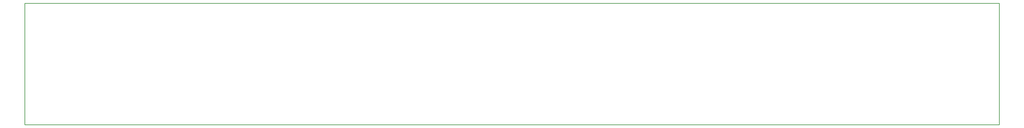
<source format=gko>
G04 Layer_Color=16711935*
%FSLAX24Y24*%
%MOIN*%
G70*
G01*
G75*
%ADD74C,0.0100*%
D74*
X0Y0D02*
Y19685D01*
Y0D02*
X157480D01*
X0Y19685D02*
X157480D01*
Y0D02*
Y19685D01*
M02*

</source>
